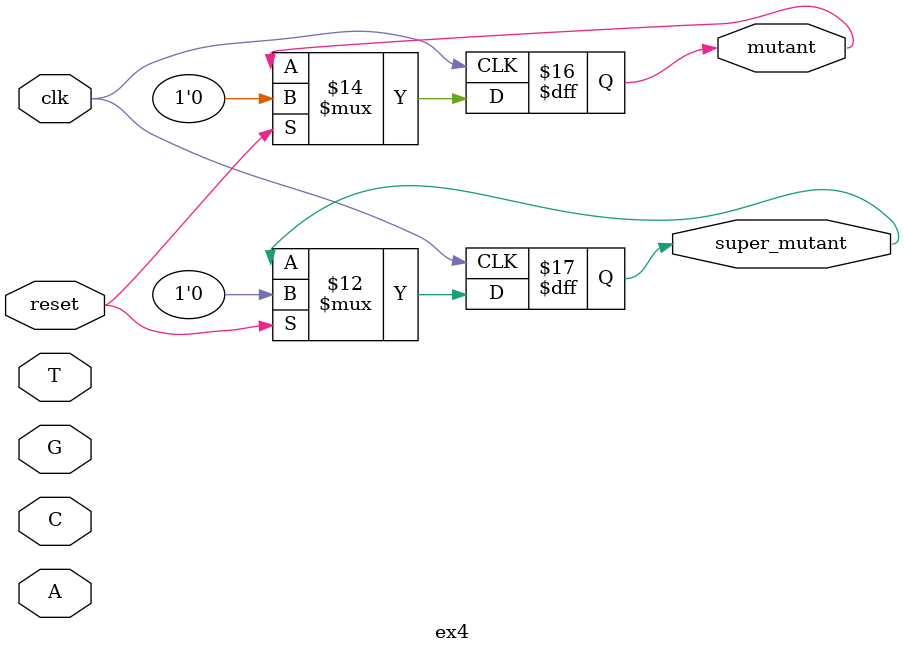
<source format=v>
module ex4(
    output  reg mutant,
    output  reg super_mutant,
    input       A,
    input       G,
    input       C,
    input       T,
    input       reset,
    input       clk
    );

    localparam STATE_0 = 0;
    localparam STATE_1 = 1;
    localparam STATE_2 = 2;
    localparam STATE_3 = 3;
    localparam STATE_4 = 4;
    localparam STATE_5 = 5;
    localparam STATE_6 = 6;

    reg [2:0]   currentState;

    // TODO: folositi debouncer pentru cele 4 butoane

    always @(posedge clk) begin
        if (reset) begin
            currentState <= STATE_0;
            mutant <= 0;
            super_mutant <= 0;

            A_pressed <= 0;
            G_pressed <= 0;
            C_pressed <= 0;
            T_pressed <= 0;
        end else begin

            // TODO: completati pentru fiecare stare in parte tranzitiile pe fiecare simbol
            
        end
    end
endmodule

</source>
